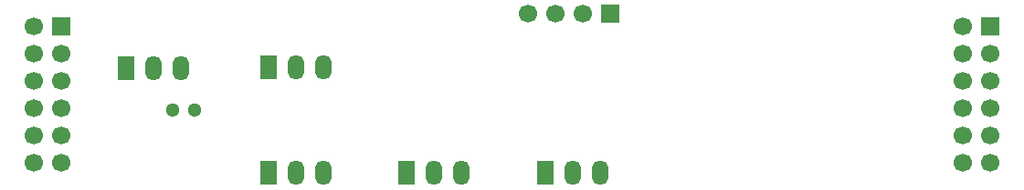
<source format=gbr>
%TF.GenerationSoftware,KiCad,Pcbnew,9.0.5*%
%TF.CreationDate,2025-11-06T16:02:28+09:00*%
%TF.ProjectId,________2,d6ecc3c9-dcfc-4c95-9f32-2e6b69636164,rev?*%
%TF.SameCoordinates,Original*%
%TF.FileFunction,Soldermask,Bot*%
%TF.FilePolarity,Negative*%
%FSLAX46Y46*%
G04 Gerber Fmt 4.6, Leading zero omitted, Abs format (unit mm)*
G04 Created by KiCad (PCBNEW 9.0.5) date 2025-11-06 16:02:28*
%MOMM*%
%LPD*%
G01*
G04 APERTURE LIST*
%ADD10C,1.300000*%
%ADD11R,1.500000X2.300000*%
%ADD12O,1.500000X2.300000*%
%ADD13R,1.700000X1.700000*%
%ADD14C,1.700000*%
G04 APERTURE END LIST*
D10*
%TO.C,J3*%
X67880000Y-116930000D03*
X69880000Y-116930000D03*
%TD*%
D11*
%TO.C,U1*%
X76690000Y-122850000D03*
D12*
X79230000Y-122850000D03*
X81770000Y-122850000D03*
%TD*%
D11*
%TO.C,U4*%
X63483000Y-113047500D03*
D12*
X66023000Y-113047500D03*
X68563000Y-113047500D03*
%TD*%
D11*
%TO.C,U3*%
X102390000Y-122820000D03*
D12*
X104930000Y-122820000D03*
X107470000Y-122820000D03*
%TD*%
D13*
%TO.C,J6*%
X143650000Y-109180000D03*
D14*
X141110000Y-109180000D03*
X143650000Y-111720000D03*
X141110000Y-111720000D03*
X143650000Y-114260000D03*
X141110000Y-114260000D03*
X143650000Y-116800000D03*
X141110000Y-116800000D03*
X143650000Y-119340000D03*
X141110000Y-119340000D03*
X143650000Y-121880000D03*
X141110000Y-121880000D03*
%TD*%
D11*
%TO.C,U2*%
X76703000Y-113017500D03*
D12*
X79243000Y-113017500D03*
X81783000Y-113017500D03*
%TD*%
D13*
%TO.C,J1*%
X57490000Y-109180000D03*
D14*
X54950000Y-109180000D03*
X57490000Y-111720000D03*
X54950000Y-111720000D03*
X57490000Y-114260000D03*
X54950000Y-114260000D03*
X57490000Y-116800000D03*
X54950000Y-116800000D03*
X57490000Y-119340000D03*
X54950000Y-119340000D03*
X57490000Y-121880000D03*
X54950000Y-121880000D03*
%TD*%
D13*
%TO.C,J2*%
X108420000Y-107985000D03*
D14*
X105880000Y-107985000D03*
X103340000Y-107985000D03*
X100800000Y-107985000D03*
%TD*%
D11*
%TO.C,U5*%
X89540000Y-122800000D03*
D12*
X92080000Y-122800000D03*
X94620000Y-122800000D03*
%TD*%
M02*

</source>
